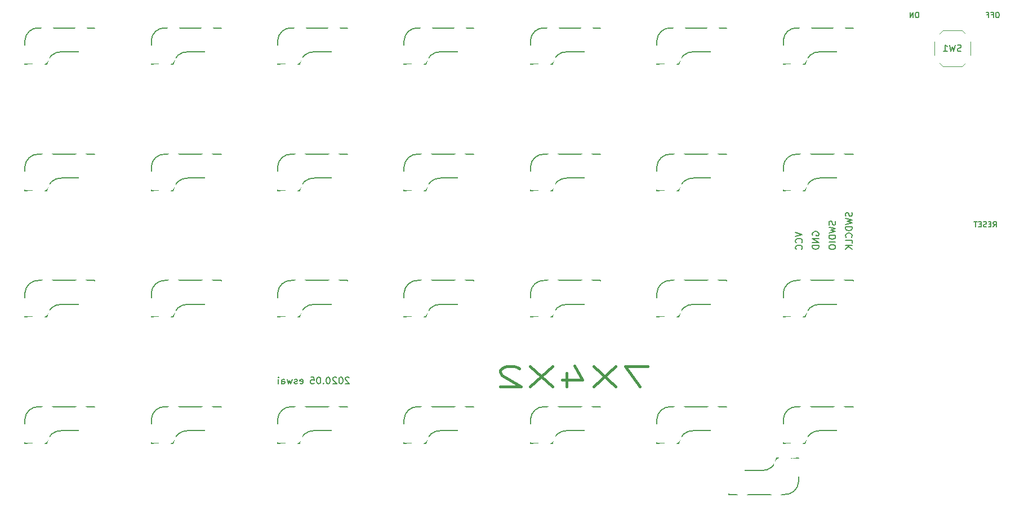
<source format=gbo>
G04 #@! TF.GenerationSoftware,KiCad,Pcbnew,(5.1.6)-1*
G04 #@! TF.CreationDate,2020-05-31T11:49:10+09:00*
G04 #@! TF.ProjectId,7x4x2-pcb,37783478-322d-4706-9362-2e6b69636164,rev?*
G04 #@! TF.SameCoordinates,PX2faf080PY2faf080*
G04 #@! TF.FileFunction,Legend,Bot*
G04 #@! TF.FilePolarity,Positive*
%FSLAX46Y46*%
G04 Gerber Fmt 4.6, Leading zero omitted, Abs format (unit mm)*
G04 Created by KiCad (PCBNEW (5.1.6)-1) date 2020-05-31 11:49:10*
%MOMM*%
%LPD*%
G01*
G04 APERTURE LIST*
%ADD10C,0.150000*%
%ADD11C,0.400000*%
%ADD12C,0.120000*%
%ADD13C,4.700000*%
%ADD14R,2.700000X2.800000*%
%ADD15C,2.300000*%
%ADD16C,4.500000*%
%ADD17C,3.400000*%
%ADD18R,8.000000X8.000000*%
%ADD19C,3.200000*%
%ADD20R,2.200000X1.500000*%
%ADD21C,2.400000*%
%ADD22R,2.100000X2.100000*%
%ADD23O,2.100000X2.100000*%
%ADD24C,2.100000*%
%ADD25C,1.300000*%
G04 APERTURE END LIST*
D10*
X152262905Y-26417425D02*
X152110524Y-26417425D01*
X152034334Y-26455521D01*
X151958143Y-26531711D01*
X151920048Y-26684092D01*
X151920048Y-26950759D01*
X151958143Y-27103140D01*
X152034334Y-27179330D01*
X152110524Y-27217425D01*
X152262905Y-27217425D01*
X152339096Y-27179330D01*
X152415286Y-27103140D01*
X152453381Y-26950759D01*
X152453381Y-26684092D01*
X152415286Y-26531711D01*
X152339096Y-26455521D01*
X152262905Y-26417425D01*
X151310524Y-26798378D02*
X151577191Y-26798378D01*
X151577191Y-27217425D02*
X151577191Y-26417425D01*
X151196239Y-26417425D01*
X150624810Y-26798378D02*
X150891477Y-26798378D01*
X150891477Y-27217425D02*
X150891477Y-26417425D01*
X150510524Y-26417425D01*
X140196239Y-26417425D02*
X140043858Y-26417425D01*
X139967667Y-26455521D01*
X139891477Y-26531711D01*
X139853381Y-26684092D01*
X139853381Y-26950759D01*
X139891477Y-27103140D01*
X139967667Y-27179330D01*
X140043858Y-27217425D01*
X140196239Y-27217425D01*
X140272429Y-27179330D01*
X140348620Y-27103140D01*
X140386715Y-26950759D01*
X140386715Y-26684092D01*
X140348620Y-26531711D01*
X140272429Y-26455521D01*
X140196239Y-26417425D01*
X139510524Y-27217425D02*
X139510524Y-26417425D01*
X139053381Y-27217425D01*
X139053381Y-26417425D01*
X54734334Y-81403140D02*
X54686715Y-81355521D01*
X54591477Y-81307901D01*
X54353381Y-81307901D01*
X54258143Y-81355521D01*
X54210524Y-81403140D01*
X54162905Y-81498378D01*
X54162905Y-81593616D01*
X54210524Y-81736473D01*
X54781953Y-82307901D01*
X54162905Y-82307901D01*
X53543858Y-81307901D02*
X53448620Y-81307901D01*
X53353381Y-81355521D01*
X53305762Y-81403140D01*
X53258143Y-81498378D01*
X53210524Y-81688854D01*
X53210524Y-81926949D01*
X53258143Y-82117425D01*
X53305762Y-82212663D01*
X53353381Y-82260282D01*
X53448620Y-82307901D01*
X53543858Y-82307901D01*
X53639096Y-82260282D01*
X53686715Y-82212663D01*
X53734334Y-82117425D01*
X53781953Y-81926949D01*
X53781953Y-81688854D01*
X53734334Y-81498378D01*
X53686715Y-81403140D01*
X53639096Y-81355521D01*
X53543858Y-81307901D01*
X52829572Y-81403140D02*
X52781953Y-81355521D01*
X52686715Y-81307901D01*
X52448620Y-81307901D01*
X52353381Y-81355521D01*
X52305762Y-81403140D01*
X52258143Y-81498378D01*
X52258143Y-81593616D01*
X52305762Y-81736473D01*
X52877191Y-82307901D01*
X52258143Y-82307901D01*
X51639096Y-81307901D02*
X51543858Y-81307901D01*
X51448620Y-81355521D01*
X51401001Y-81403140D01*
X51353381Y-81498378D01*
X51305762Y-81688854D01*
X51305762Y-81926949D01*
X51353381Y-82117425D01*
X51401001Y-82212663D01*
X51448620Y-82260282D01*
X51543858Y-82307901D01*
X51639096Y-82307901D01*
X51734334Y-82260282D01*
X51781953Y-82212663D01*
X51829572Y-82117425D01*
X51877191Y-81926949D01*
X51877191Y-81688854D01*
X51829572Y-81498378D01*
X51781953Y-81403140D01*
X51734334Y-81355521D01*
X51639096Y-81307901D01*
X50877191Y-82212663D02*
X50829572Y-82260282D01*
X50877191Y-82307901D01*
X50924810Y-82260282D01*
X50877191Y-82212663D01*
X50877191Y-82307901D01*
X50210524Y-81307901D02*
X50115286Y-81307901D01*
X50020048Y-81355521D01*
X49972429Y-81403140D01*
X49924810Y-81498378D01*
X49877191Y-81688854D01*
X49877191Y-81926949D01*
X49924810Y-82117425D01*
X49972429Y-82212663D01*
X50020048Y-82260282D01*
X50115286Y-82307901D01*
X50210524Y-82307901D01*
X50305762Y-82260282D01*
X50353381Y-82212663D01*
X50401001Y-82117425D01*
X50448620Y-81926949D01*
X50448620Y-81688854D01*
X50401001Y-81498378D01*
X50353381Y-81403140D01*
X50305762Y-81355521D01*
X50210524Y-81307901D01*
X48972429Y-81307901D02*
X49448620Y-81307901D01*
X49496239Y-81784092D01*
X49448620Y-81736473D01*
X49353381Y-81688854D01*
X49115286Y-81688854D01*
X49020048Y-81736473D01*
X48972429Y-81784092D01*
X48924810Y-81879330D01*
X48924810Y-82117425D01*
X48972429Y-82212663D01*
X49020048Y-82260282D01*
X49115286Y-82307901D01*
X49353381Y-82307901D01*
X49448620Y-82260282D01*
X49496239Y-82212663D01*
X47353381Y-82260282D02*
X47448620Y-82307901D01*
X47639096Y-82307901D01*
X47734334Y-82260282D01*
X47781953Y-82165044D01*
X47781953Y-81784092D01*
X47734334Y-81688854D01*
X47639096Y-81641235D01*
X47448620Y-81641235D01*
X47353381Y-81688854D01*
X47305762Y-81784092D01*
X47305762Y-81879330D01*
X47781953Y-81974568D01*
X46924810Y-82260282D02*
X46829572Y-82307901D01*
X46639096Y-82307901D01*
X46543858Y-82260282D01*
X46496239Y-82165044D01*
X46496239Y-82117425D01*
X46543858Y-82022187D01*
X46639096Y-81974568D01*
X46781953Y-81974568D01*
X46877191Y-81926949D01*
X46924810Y-81831711D01*
X46924810Y-81784092D01*
X46877191Y-81688854D01*
X46781953Y-81641235D01*
X46639096Y-81641235D01*
X46543858Y-81688854D01*
X46162905Y-81641235D02*
X45972429Y-82307901D01*
X45781953Y-81831711D01*
X45591477Y-82307901D01*
X45401001Y-81641235D01*
X44591477Y-82307901D02*
X44591477Y-81784092D01*
X44639096Y-81688854D01*
X44734334Y-81641235D01*
X44924810Y-81641235D01*
X45020048Y-81688854D01*
X44591477Y-82260282D02*
X44686715Y-82307901D01*
X44924810Y-82307901D01*
X45020048Y-82260282D01*
X45067667Y-82165044D01*
X45067667Y-82069806D01*
X45020048Y-81974568D01*
X44924810Y-81926949D01*
X44686715Y-81926949D01*
X44591477Y-81879330D01*
X44115286Y-82307901D02*
X44115286Y-81641235D01*
X44115286Y-81307901D02*
X44162905Y-81355521D01*
X44115286Y-81403140D01*
X44067667Y-81355521D01*
X44115286Y-81307901D01*
X44115286Y-81403140D01*
D11*
X99591477Y-79712663D02*
X96258143Y-79712663D01*
X98401001Y-82712663D01*
X94829572Y-79712663D02*
X91496239Y-82712663D01*
X91496239Y-79712663D02*
X94829572Y-82712663D01*
X87448620Y-80712663D02*
X87448620Y-82712663D01*
X88639096Y-79569806D02*
X89829572Y-81712663D01*
X86734334Y-81712663D01*
X85305762Y-79712663D02*
X81972429Y-82712663D01*
X81972429Y-79712663D02*
X85305762Y-82712663D01*
X80305762Y-79998378D02*
X80067667Y-79855521D01*
X79591477Y-79712663D01*
X78401001Y-79712663D01*
X77924810Y-79855521D01*
X77686715Y-79998378D01*
X77448620Y-80284092D01*
X77448620Y-80569806D01*
X77686715Y-80998378D01*
X80543858Y-82712663D01*
X77448620Y-82712663D01*
D10*
X151562905Y-58717425D02*
X151829572Y-58336473D01*
X152020048Y-58717425D02*
X152020048Y-57917425D01*
X151715286Y-57917425D01*
X151639096Y-57955521D01*
X151601001Y-57993616D01*
X151562905Y-58069806D01*
X151562905Y-58184092D01*
X151601001Y-58260282D01*
X151639096Y-58298378D01*
X151715286Y-58336473D01*
X152020048Y-58336473D01*
X151220048Y-58298378D02*
X150953381Y-58298378D01*
X150839096Y-58717425D02*
X151220048Y-58717425D01*
X151220048Y-57917425D01*
X150839096Y-57917425D01*
X150534334Y-58679330D02*
X150420048Y-58717425D01*
X150229572Y-58717425D01*
X150153381Y-58679330D01*
X150115286Y-58641235D01*
X150077191Y-58565044D01*
X150077191Y-58488854D01*
X150115286Y-58412663D01*
X150153381Y-58374568D01*
X150229572Y-58336473D01*
X150381953Y-58298378D01*
X150458143Y-58260282D01*
X150496239Y-58222187D01*
X150534334Y-58145997D01*
X150534334Y-58069806D01*
X150496239Y-57993616D01*
X150458143Y-57955521D01*
X150381953Y-57917425D01*
X150191477Y-57917425D01*
X150077191Y-57955521D01*
X149734334Y-58298378D02*
X149467667Y-58298378D01*
X149353381Y-58717425D02*
X149734334Y-58717425D01*
X149734334Y-57917425D01*
X149353381Y-57917425D01*
X149124810Y-57917425D02*
X148667667Y-57917425D01*
X148896239Y-58717425D02*
X148896239Y-57917425D01*
X130305762Y-56543735D02*
X130353381Y-56686592D01*
X130353381Y-56924687D01*
X130305762Y-57019925D01*
X130258143Y-57067544D01*
X130162905Y-57115163D01*
X130067667Y-57115163D01*
X129972429Y-57067544D01*
X129924810Y-57019925D01*
X129877191Y-56924687D01*
X129829572Y-56734211D01*
X129781953Y-56638973D01*
X129734334Y-56591354D01*
X129639096Y-56543735D01*
X129543858Y-56543735D01*
X129448620Y-56591354D01*
X129401001Y-56638973D01*
X129353381Y-56734211D01*
X129353381Y-56972306D01*
X129401001Y-57115163D01*
X129353381Y-57448497D02*
X130353381Y-57686592D01*
X129639096Y-57877068D01*
X130353381Y-58067544D01*
X129353381Y-58305640D01*
X130353381Y-58686592D02*
X129353381Y-58686592D01*
X129353381Y-58924687D01*
X129401001Y-59067544D01*
X129496239Y-59162782D01*
X129591477Y-59210401D01*
X129781953Y-59258021D01*
X129924810Y-59258021D01*
X130115286Y-59210401D01*
X130210524Y-59162782D01*
X130305762Y-59067544D01*
X130353381Y-58924687D01*
X130353381Y-58686592D01*
X130258143Y-60258021D02*
X130305762Y-60210401D01*
X130353381Y-60067544D01*
X130353381Y-59972306D01*
X130305762Y-59829449D01*
X130210524Y-59734211D01*
X130115286Y-59686592D01*
X129924810Y-59638973D01*
X129781953Y-59638973D01*
X129591477Y-59686592D01*
X129496239Y-59734211D01*
X129401001Y-59829449D01*
X129353381Y-59972306D01*
X129353381Y-60067544D01*
X129401001Y-60210401D01*
X129448620Y-60258021D01*
X130353381Y-61162782D02*
X130353381Y-60686592D01*
X129353381Y-60686592D01*
X130353381Y-61496116D02*
X129353381Y-61496116D01*
X130353381Y-62067544D02*
X129781953Y-61638973D01*
X129353381Y-62067544D02*
X129924810Y-61496116D01*
X127805762Y-57829449D02*
X127853381Y-57972306D01*
X127853381Y-58210401D01*
X127805762Y-58305640D01*
X127758143Y-58353259D01*
X127662905Y-58400878D01*
X127567667Y-58400878D01*
X127472429Y-58353259D01*
X127424810Y-58305640D01*
X127377191Y-58210401D01*
X127329572Y-58019925D01*
X127281953Y-57924687D01*
X127234334Y-57877068D01*
X127139096Y-57829449D01*
X127043858Y-57829449D01*
X126948620Y-57877068D01*
X126901001Y-57924687D01*
X126853381Y-58019925D01*
X126853381Y-58258021D01*
X126901001Y-58400878D01*
X126853381Y-58734211D02*
X127853381Y-58972306D01*
X127139096Y-59162782D01*
X127853381Y-59353259D01*
X126853381Y-59591354D01*
X127853381Y-59972306D02*
X126853381Y-59972306D01*
X126853381Y-60210401D01*
X126901001Y-60353259D01*
X126996239Y-60448497D01*
X127091477Y-60496116D01*
X127281953Y-60543735D01*
X127424810Y-60543735D01*
X127615286Y-60496116D01*
X127710524Y-60448497D01*
X127805762Y-60353259D01*
X127853381Y-60210401D01*
X127853381Y-59972306D01*
X127853381Y-60972306D02*
X126853381Y-60972306D01*
X126853381Y-61638973D02*
X126853381Y-61829449D01*
X126901001Y-61924687D01*
X126996239Y-62019925D01*
X127186715Y-62067544D01*
X127520048Y-62067544D01*
X127710524Y-62019925D01*
X127805762Y-61924687D01*
X127853381Y-61829449D01*
X127853381Y-61638973D01*
X127805762Y-61543735D01*
X127710524Y-61448497D01*
X127520048Y-61400878D01*
X127186715Y-61400878D01*
X126996239Y-61448497D01*
X126901001Y-61543735D01*
X126853381Y-61638973D01*
X124401001Y-59972306D02*
X124353381Y-59877068D01*
X124353381Y-59734211D01*
X124401001Y-59591354D01*
X124496239Y-59496116D01*
X124591477Y-59448497D01*
X124781953Y-59400878D01*
X124924810Y-59400878D01*
X125115286Y-59448497D01*
X125210524Y-59496116D01*
X125305762Y-59591354D01*
X125353381Y-59734211D01*
X125353381Y-59829449D01*
X125305762Y-59972306D01*
X125258143Y-60019925D01*
X124924810Y-60019925D01*
X124924810Y-59829449D01*
X125353381Y-60448497D02*
X124353381Y-60448497D01*
X125353381Y-61019925D01*
X124353381Y-61019925D01*
X125353381Y-61496116D02*
X124353381Y-61496116D01*
X124353381Y-61734211D01*
X124401001Y-61877068D01*
X124496239Y-61972306D01*
X124591477Y-62019925D01*
X124781953Y-62067544D01*
X124924810Y-62067544D01*
X125115286Y-62019925D01*
X125210524Y-61972306D01*
X125305762Y-61877068D01*
X125353381Y-61734211D01*
X125353381Y-61496116D01*
X121846238Y-59496116D02*
X122846238Y-59829449D01*
X121846238Y-60162782D01*
X122751000Y-61067544D02*
X122798619Y-61019925D01*
X122846238Y-60877068D01*
X122846238Y-60781830D01*
X122798619Y-60638973D01*
X122703381Y-60543735D01*
X122608143Y-60496116D01*
X122417667Y-60448497D01*
X122274810Y-60448497D01*
X122084334Y-60496116D01*
X121989096Y-60543735D01*
X121893858Y-60638973D01*
X121846238Y-60781830D01*
X121846238Y-60877068D01*
X121893858Y-61019925D01*
X121941477Y-61067544D01*
X122751000Y-62067544D02*
X122798619Y-62019925D01*
X122846238Y-61877068D01*
X122846238Y-61781830D01*
X122798619Y-61638973D01*
X122703381Y-61543735D01*
X122608143Y-61496116D01*
X122417667Y-61448497D01*
X122274810Y-61448497D01*
X122084334Y-61496116D01*
X121989096Y-61543735D01*
X121893858Y-61638973D01*
X121846238Y-61781830D01*
X121846238Y-61877068D01*
X121893858Y-62019925D01*
X121941477Y-62067544D01*
X111801001Y-98755521D02*
X111801001Y-98955521D01*
X111801001Y-98955521D02*
X120201002Y-98955521D01*
X116801001Y-95355521D02*
X111801001Y-95355521D01*
X122301001Y-93455521D02*
X119021001Y-93455521D01*
X122301001Y-97055521D02*
X122301001Y-96255521D01*
X122301001Y-93455521D02*
X122301001Y-93655521D01*
X111801001Y-95355521D02*
X111801001Y-96155521D01*
X119017319Y-93476992D02*
G75*
G02*
X116801001Y-95355521I-2151318J291471D01*
G01*
X122301001Y-97055520D02*
G75*
G02*
X120201002Y-98955521I-2000000J99999D01*
G01*
X130501001Y-85955521D02*
X130501001Y-85755521D01*
X130501001Y-85755521D02*
X122101000Y-85755521D01*
X125501001Y-89355521D02*
X130501001Y-89355521D01*
X120001001Y-91255521D02*
X123281001Y-91255521D01*
X120001001Y-87655521D02*
X120001001Y-88455521D01*
X120001001Y-91255521D02*
X120001001Y-91055521D01*
X130501001Y-89355521D02*
X130501001Y-88555521D01*
X123284683Y-91234050D02*
G75*
G02*
X125501001Y-89355521I2151318J-291471D01*
G01*
X120001001Y-87655522D02*
G75*
G02*
X122101000Y-85755521I2000000J-99999D01*
G01*
X111501001Y-85955521D02*
X111501001Y-85755521D01*
X111501001Y-85755521D02*
X103101000Y-85755521D01*
X106501001Y-89355521D02*
X111501001Y-89355521D01*
X101001001Y-91255521D02*
X104281001Y-91255521D01*
X101001001Y-87655521D02*
X101001001Y-88455521D01*
X101001001Y-91255521D02*
X101001001Y-91055521D01*
X111501001Y-89355521D02*
X111501001Y-88555521D01*
X104284683Y-91234050D02*
G75*
G02*
X106501001Y-89355521I2151318J-291471D01*
G01*
X101001001Y-87655522D02*
G75*
G02*
X103101000Y-85755521I2000000J-99999D01*
G01*
X92501001Y-85955521D02*
X92501001Y-85755521D01*
X92501001Y-85755521D02*
X84101000Y-85755521D01*
X87501001Y-89355521D02*
X92501001Y-89355521D01*
X82001001Y-91255521D02*
X85281001Y-91255521D01*
X82001001Y-87655521D02*
X82001001Y-88455521D01*
X82001001Y-91255521D02*
X82001001Y-91055521D01*
X92501001Y-89355521D02*
X92501001Y-88555521D01*
X85284683Y-91234050D02*
G75*
G02*
X87501001Y-89355521I2151318J-291471D01*
G01*
X82001001Y-87655522D02*
G75*
G02*
X84101000Y-85755521I2000000J-99999D01*
G01*
X73501001Y-85955521D02*
X73501001Y-85755521D01*
X73501001Y-85755521D02*
X65101000Y-85755521D01*
X68501001Y-89355521D02*
X73501001Y-89355521D01*
X63001001Y-91255521D02*
X66281001Y-91255521D01*
X63001001Y-87655521D02*
X63001001Y-88455521D01*
X63001001Y-91255521D02*
X63001001Y-91055521D01*
X73501001Y-89355521D02*
X73501001Y-88555521D01*
X66284683Y-91234050D02*
G75*
G02*
X68501001Y-89355521I2151318J-291471D01*
G01*
X63001001Y-87655522D02*
G75*
G02*
X65101000Y-85755521I2000000J-99999D01*
G01*
X54501001Y-85955521D02*
X54501001Y-85755521D01*
X54501001Y-85755521D02*
X46101000Y-85755521D01*
X49501001Y-89355521D02*
X54501001Y-89355521D01*
X44001001Y-91255521D02*
X47281001Y-91255521D01*
X44001001Y-87655521D02*
X44001001Y-88455521D01*
X44001001Y-91255521D02*
X44001001Y-91055521D01*
X54501001Y-89355521D02*
X54501001Y-88555521D01*
X47284683Y-91234050D02*
G75*
G02*
X49501001Y-89355521I2151318J-291471D01*
G01*
X44001001Y-87655522D02*
G75*
G02*
X46101000Y-85755521I2000000J-99999D01*
G01*
X35501001Y-85955521D02*
X35501001Y-85755521D01*
X35501001Y-85755521D02*
X27101000Y-85755521D01*
X30501001Y-89355521D02*
X35501001Y-89355521D01*
X25001001Y-91255521D02*
X28281001Y-91255521D01*
X25001001Y-87655521D02*
X25001001Y-88455521D01*
X25001001Y-91255521D02*
X25001001Y-91055521D01*
X35501001Y-89355521D02*
X35501001Y-88555521D01*
X28284683Y-91234050D02*
G75*
G02*
X30501001Y-89355521I2151318J-291471D01*
G01*
X25001001Y-87655522D02*
G75*
G02*
X27101000Y-85755521I2000000J-99999D01*
G01*
X16501001Y-85955521D02*
X16501001Y-85755521D01*
X16501001Y-85755521D02*
X8101000Y-85755521D01*
X11501001Y-89355521D02*
X16501001Y-89355521D01*
X6001001Y-91255521D02*
X9281001Y-91255521D01*
X6001001Y-87655521D02*
X6001001Y-88455521D01*
X6001001Y-91255521D02*
X6001001Y-91055521D01*
X16501001Y-89355521D02*
X16501001Y-88555521D01*
X9284683Y-91234050D02*
G75*
G02*
X11501001Y-89355521I2151318J-291471D01*
G01*
X6001001Y-87655522D02*
G75*
G02*
X8101000Y-85755521I2000000J-99999D01*
G01*
X130501001Y-66955521D02*
X130501001Y-66755521D01*
X130501001Y-66755521D02*
X122101000Y-66755521D01*
X125501001Y-70355521D02*
X130501001Y-70355521D01*
X120001001Y-72255521D02*
X123281001Y-72255521D01*
X120001001Y-68655521D02*
X120001001Y-69455521D01*
X120001001Y-72255521D02*
X120001001Y-72055521D01*
X130501001Y-70355521D02*
X130501001Y-69555521D01*
X123284683Y-72234050D02*
G75*
G02*
X125501001Y-70355521I2151318J-291471D01*
G01*
X120001001Y-68655522D02*
G75*
G02*
X122101000Y-66755521I2000000J-99999D01*
G01*
X111501001Y-66955521D02*
X111501001Y-66755521D01*
X111501001Y-66755521D02*
X103101000Y-66755521D01*
X106501001Y-70355521D02*
X111501001Y-70355521D01*
X101001001Y-72255521D02*
X104281001Y-72255521D01*
X101001001Y-68655521D02*
X101001001Y-69455521D01*
X101001001Y-72255521D02*
X101001001Y-72055521D01*
X111501001Y-70355521D02*
X111501001Y-69555521D01*
X104284683Y-72234050D02*
G75*
G02*
X106501001Y-70355521I2151318J-291471D01*
G01*
X101001001Y-68655522D02*
G75*
G02*
X103101000Y-66755521I2000000J-99999D01*
G01*
X92501001Y-66955521D02*
X92501001Y-66755521D01*
X92501001Y-66755521D02*
X84101000Y-66755521D01*
X87501001Y-70355521D02*
X92501001Y-70355521D01*
X82001001Y-72255521D02*
X85281001Y-72255521D01*
X82001001Y-68655521D02*
X82001001Y-69455521D01*
X82001001Y-72255521D02*
X82001001Y-72055521D01*
X92501001Y-70355521D02*
X92501001Y-69555521D01*
X85284683Y-72234050D02*
G75*
G02*
X87501001Y-70355521I2151318J-291471D01*
G01*
X82001001Y-68655522D02*
G75*
G02*
X84101000Y-66755521I2000000J-99999D01*
G01*
X73501001Y-66955521D02*
X73501001Y-66755521D01*
X73501001Y-66755521D02*
X65101000Y-66755521D01*
X68501001Y-70355521D02*
X73501001Y-70355521D01*
X63001001Y-72255521D02*
X66281001Y-72255521D01*
X63001001Y-68655521D02*
X63001001Y-69455521D01*
X63001001Y-72255521D02*
X63001001Y-72055521D01*
X73501001Y-70355521D02*
X73501001Y-69555521D01*
X66284683Y-72234050D02*
G75*
G02*
X68501001Y-70355521I2151318J-291471D01*
G01*
X63001001Y-68655522D02*
G75*
G02*
X65101000Y-66755521I2000000J-99999D01*
G01*
X54501001Y-66955521D02*
X54501001Y-66755521D01*
X54501001Y-66755521D02*
X46101000Y-66755521D01*
X49501001Y-70355521D02*
X54501001Y-70355521D01*
X44001001Y-72255521D02*
X47281001Y-72255521D01*
X44001001Y-68655521D02*
X44001001Y-69455521D01*
X44001001Y-72255521D02*
X44001001Y-72055521D01*
X54501001Y-70355521D02*
X54501001Y-69555521D01*
X47284683Y-72234050D02*
G75*
G02*
X49501001Y-70355521I2151318J-291471D01*
G01*
X44001001Y-68655522D02*
G75*
G02*
X46101000Y-66755521I2000000J-99999D01*
G01*
X35501001Y-66955521D02*
X35501001Y-66755521D01*
X35501001Y-66755521D02*
X27101000Y-66755521D01*
X30501001Y-70355521D02*
X35501001Y-70355521D01*
X25001001Y-72255521D02*
X28281001Y-72255521D01*
X25001001Y-68655521D02*
X25001001Y-69455521D01*
X25001001Y-72255521D02*
X25001001Y-72055521D01*
X35501001Y-70355521D02*
X35501001Y-69555521D01*
X28284683Y-72234050D02*
G75*
G02*
X30501001Y-70355521I2151318J-291471D01*
G01*
X25001001Y-68655522D02*
G75*
G02*
X27101000Y-66755521I2000000J-99999D01*
G01*
X16501001Y-66955521D02*
X16501001Y-66755521D01*
X16501001Y-66755521D02*
X8101000Y-66755521D01*
X11501001Y-70355521D02*
X16501001Y-70355521D01*
X6001001Y-72255521D02*
X9281001Y-72255521D01*
X6001001Y-68655521D02*
X6001001Y-69455521D01*
X6001001Y-72255521D02*
X6001001Y-72055521D01*
X16501001Y-70355521D02*
X16501001Y-69555521D01*
X9284683Y-72234050D02*
G75*
G02*
X11501001Y-70355521I2151318J-291471D01*
G01*
X6001001Y-68655522D02*
G75*
G02*
X8101000Y-66755521I2000000J-99999D01*
G01*
X130501001Y-47955521D02*
X130501001Y-47755521D01*
X130501001Y-47755521D02*
X122101000Y-47755521D01*
X125501001Y-51355521D02*
X130501001Y-51355521D01*
X120001001Y-53255521D02*
X123281001Y-53255521D01*
X120001001Y-49655521D02*
X120001001Y-50455521D01*
X120001001Y-53255521D02*
X120001001Y-53055521D01*
X130501001Y-51355521D02*
X130501001Y-50555521D01*
X123284683Y-53234050D02*
G75*
G02*
X125501001Y-51355521I2151318J-291471D01*
G01*
X120001001Y-49655522D02*
G75*
G02*
X122101000Y-47755521I2000000J-99999D01*
G01*
X111501001Y-47955521D02*
X111501001Y-47755521D01*
X111501001Y-47755521D02*
X103101000Y-47755521D01*
X106501001Y-51355521D02*
X111501001Y-51355521D01*
X101001001Y-53255521D02*
X104281001Y-53255521D01*
X101001001Y-49655521D02*
X101001001Y-50455521D01*
X101001001Y-53255521D02*
X101001001Y-53055521D01*
X111501001Y-51355521D02*
X111501001Y-50555521D01*
X104284683Y-53234050D02*
G75*
G02*
X106501001Y-51355521I2151318J-291471D01*
G01*
X101001001Y-49655522D02*
G75*
G02*
X103101000Y-47755521I2000000J-99999D01*
G01*
X92501001Y-47955521D02*
X92501001Y-47755521D01*
X92501001Y-47755521D02*
X84101000Y-47755521D01*
X87501001Y-51355521D02*
X92501001Y-51355521D01*
X82001001Y-53255521D02*
X85281001Y-53255521D01*
X82001001Y-49655521D02*
X82001001Y-50455521D01*
X82001001Y-53255521D02*
X82001001Y-53055521D01*
X92501001Y-51355521D02*
X92501001Y-50555521D01*
X85284683Y-53234050D02*
G75*
G02*
X87501001Y-51355521I2151318J-291471D01*
G01*
X82001001Y-49655522D02*
G75*
G02*
X84101000Y-47755521I2000000J-99999D01*
G01*
X73501001Y-47955521D02*
X73501001Y-47755521D01*
X73501001Y-47755521D02*
X65101000Y-47755521D01*
X68501001Y-51355521D02*
X73501001Y-51355521D01*
X63001001Y-53255521D02*
X66281001Y-53255521D01*
X63001001Y-49655521D02*
X63001001Y-50455521D01*
X63001001Y-53255521D02*
X63001001Y-53055521D01*
X73501001Y-51355521D02*
X73501001Y-50555521D01*
X66284683Y-53234050D02*
G75*
G02*
X68501001Y-51355521I2151318J-291471D01*
G01*
X63001001Y-49655522D02*
G75*
G02*
X65101000Y-47755521I2000000J-99999D01*
G01*
X54501001Y-47955521D02*
X54501001Y-47755521D01*
X54501001Y-47755521D02*
X46101000Y-47755521D01*
X49501001Y-51355521D02*
X54501001Y-51355521D01*
X44001001Y-53255521D02*
X47281001Y-53255521D01*
X44001001Y-49655521D02*
X44001001Y-50455521D01*
X44001001Y-53255521D02*
X44001001Y-53055521D01*
X54501001Y-51355521D02*
X54501001Y-50555521D01*
X47284683Y-53234050D02*
G75*
G02*
X49501001Y-51355521I2151318J-291471D01*
G01*
X44001001Y-49655522D02*
G75*
G02*
X46101000Y-47755521I2000000J-99999D01*
G01*
X35501001Y-47955521D02*
X35501001Y-47755521D01*
X35501001Y-47755521D02*
X27101000Y-47755521D01*
X30501001Y-51355521D02*
X35501001Y-51355521D01*
X25001001Y-53255521D02*
X28281001Y-53255521D01*
X25001001Y-49655521D02*
X25001001Y-50455521D01*
X25001001Y-53255521D02*
X25001001Y-53055521D01*
X35501001Y-51355521D02*
X35501001Y-50555521D01*
X28284683Y-53234050D02*
G75*
G02*
X30501001Y-51355521I2151318J-291471D01*
G01*
X25001001Y-49655522D02*
G75*
G02*
X27101000Y-47755521I2000000J-99999D01*
G01*
X16501001Y-47955521D02*
X16501001Y-47755521D01*
X16501001Y-47755521D02*
X8101000Y-47755521D01*
X11501001Y-51355521D02*
X16501001Y-51355521D01*
X6001001Y-53255521D02*
X9281001Y-53255521D01*
X6001001Y-49655521D02*
X6001001Y-50455521D01*
X6001001Y-53255521D02*
X6001001Y-53055521D01*
X16501001Y-51355521D02*
X16501001Y-50555521D01*
X9284683Y-53234050D02*
G75*
G02*
X11501001Y-51355521I2151318J-291471D01*
G01*
X6001001Y-49655522D02*
G75*
G02*
X8101000Y-47755521I2000000J-99999D01*
G01*
X130501001Y-28955521D02*
X130501001Y-28755521D01*
X130501001Y-28755521D02*
X122101000Y-28755521D01*
X125501001Y-32355521D02*
X130501001Y-32355521D01*
X120001001Y-34255521D02*
X123281001Y-34255521D01*
X120001001Y-30655521D02*
X120001001Y-31455521D01*
X120001001Y-34255521D02*
X120001001Y-34055521D01*
X130501001Y-32355521D02*
X130501001Y-31555521D01*
X123284683Y-34234050D02*
G75*
G02*
X125501001Y-32355521I2151318J-291471D01*
G01*
X120001001Y-30655522D02*
G75*
G02*
X122101000Y-28755521I2000000J-99999D01*
G01*
X111501001Y-28955521D02*
X111501001Y-28755521D01*
X111501001Y-28755521D02*
X103101000Y-28755521D01*
X106501001Y-32355521D02*
X111501001Y-32355521D01*
X101001001Y-34255521D02*
X104281001Y-34255521D01*
X101001001Y-30655521D02*
X101001001Y-31455521D01*
X101001001Y-34255521D02*
X101001001Y-34055521D01*
X111501001Y-32355521D02*
X111501001Y-31555521D01*
X104284683Y-34234050D02*
G75*
G02*
X106501001Y-32355521I2151318J-291471D01*
G01*
X101001001Y-30655522D02*
G75*
G02*
X103101000Y-28755521I2000000J-99999D01*
G01*
X92501001Y-28955521D02*
X92501001Y-28755521D01*
X92501001Y-28755521D02*
X84101000Y-28755521D01*
X87501001Y-32355521D02*
X92501001Y-32355521D01*
X82001001Y-34255521D02*
X85281001Y-34255521D01*
X82001001Y-30655521D02*
X82001001Y-31455521D01*
X82001001Y-34255521D02*
X82001001Y-34055521D01*
X92501001Y-32355521D02*
X92501001Y-31555521D01*
X85284683Y-34234050D02*
G75*
G02*
X87501001Y-32355521I2151318J-291471D01*
G01*
X82001001Y-30655522D02*
G75*
G02*
X84101000Y-28755521I2000000J-99999D01*
G01*
X73501001Y-28955521D02*
X73501001Y-28755521D01*
X73501001Y-28755521D02*
X65101000Y-28755521D01*
X68501001Y-32355521D02*
X73501001Y-32355521D01*
X63001001Y-34255521D02*
X66281001Y-34255521D01*
X63001001Y-30655521D02*
X63001001Y-31455521D01*
X63001001Y-34255521D02*
X63001001Y-34055521D01*
X73501001Y-32355521D02*
X73501001Y-31555521D01*
X66284683Y-34234050D02*
G75*
G02*
X68501001Y-32355521I2151318J-291471D01*
G01*
X63001001Y-30655522D02*
G75*
G02*
X65101000Y-28755521I2000000J-99999D01*
G01*
X54501001Y-28955521D02*
X54501001Y-28755521D01*
X54501001Y-28755521D02*
X46101000Y-28755521D01*
X49501001Y-32355521D02*
X54501001Y-32355521D01*
X44001001Y-34255521D02*
X47281001Y-34255521D01*
X44001001Y-30655521D02*
X44001001Y-31455521D01*
X44001001Y-34255521D02*
X44001001Y-34055521D01*
X54501001Y-32355521D02*
X54501001Y-31555521D01*
X47284683Y-34234050D02*
G75*
G02*
X49501001Y-32355521I2151318J-291471D01*
G01*
X44001001Y-30655522D02*
G75*
G02*
X46101000Y-28755521I2000000J-99999D01*
G01*
X35501001Y-28955521D02*
X35501001Y-28755521D01*
X35501001Y-28755521D02*
X27101000Y-28755521D01*
X30501001Y-32355521D02*
X35501001Y-32355521D01*
X25001001Y-34255521D02*
X28281001Y-34255521D01*
X25001001Y-30655521D02*
X25001001Y-31455521D01*
X25001001Y-34255521D02*
X25001001Y-34055521D01*
X35501001Y-32355521D02*
X35501001Y-31555521D01*
X28284683Y-34234050D02*
G75*
G02*
X30501001Y-32355521I2151318J-291471D01*
G01*
X25001001Y-30655522D02*
G75*
G02*
X27101000Y-28755521I2000000J-99999D01*
G01*
X16501001Y-28955521D02*
X16501001Y-28755521D01*
X16501001Y-28755521D02*
X8101000Y-28755521D01*
X11501001Y-32355521D02*
X16501001Y-32355521D01*
X6001001Y-34255521D02*
X9281001Y-34255521D01*
X6001001Y-30655521D02*
X6001001Y-31455521D01*
X6001001Y-34255521D02*
X6001001Y-34055521D01*
X16501001Y-32355521D02*
X16501001Y-31555521D01*
X9284683Y-34234050D02*
G75*
G02*
X11501001Y-32355521I2151318J-291471D01*
G01*
X6001001Y-30655522D02*
G75*
G02*
X8101000Y-28755521I2000000J-99999D01*
G01*
D12*
X148121001Y-32895521D02*
X148121001Y-30815521D01*
X143951001Y-29135521D02*
X143461001Y-29625521D01*
X142681001Y-32895521D02*
X142681001Y-30815521D01*
X146851001Y-29135521D02*
X147341001Y-29625521D01*
X146851001Y-29135521D02*
X143951001Y-29135521D01*
X146851001Y-34575521D02*
X147341001Y-34085521D01*
X146851001Y-34575521D02*
X143951001Y-34575521D01*
X143951001Y-34575521D02*
X143461001Y-34085521D01*
D10*
X146734334Y-32260282D02*
X146591477Y-32307901D01*
X146353381Y-32307901D01*
X146258143Y-32260282D01*
X146210524Y-32212663D01*
X146162905Y-32117425D01*
X146162905Y-32022187D01*
X146210524Y-31926949D01*
X146258143Y-31879330D01*
X146353381Y-31831711D01*
X146543858Y-31784092D01*
X146639096Y-31736473D01*
X146686715Y-31688854D01*
X146734334Y-31593616D01*
X146734334Y-31498378D01*
X146686715Y-31403140D01*
X146639096Y-31355521D01*
X146543858Y-31307901D01*
X146305762Y-31307901D01*
X146162905Y-31355521D01*
X145829572Y-31307901D02*
X145591477Y-32307901D01*
X145401001Y-31593616D01*
X145210524Y-32307901D01*
X144972429Y-31307901D01*
X144067667Y-32307901D02*
X144639096Y-32307901D01*
X144353381Y-32307901D02*
X144353381Y-31307901D01*
X144448620Y-31450759D01*
X144543858Y-31545997D01*
X144639096Y-31593616D01*
%LPC*%
D13*
X59401001Y-63855521D03*
X116401001Y-44855521D03*
X116401001Y-81855521D03*
X21401001Y-82855521D03*
X21401001Y-44855521D03*
D14*
X110701001Y-97475521D03*
D15*
X121481001Y-92355521D03*
X111321001Y-92355521D03*
D16*
X116401001Y-92355521D03*
D17*
X113861001Y-97435521D03*
X112591001Y-94895522D03*
X118941001Y-97435521D03*
X120211001Y-94895521D03*
D14*
X123401001Y-94935521D03*
D18*
X144901001Y-66355521D03*
D19*
X144901001Y-75755521D03*
X144901001Y-56955521D03*
D18*
X144901001Y-89855521D03*
D19*
X144901001Y-99255521D03*
X144901001Y-80455521D03*
D14*
X131601001Y-87235521D03*
D15*
X120821001Y-92355521D03*
X130981001Y-92355521D03*
D16*
X125901001Y-92355521D03*
D17*
X128441001Y-87275521D03*
X129711001Y-89815520D03*
X123361001Y-87275521D03*
X122091001Y-89815521D03*
D14*
X118901001Y-89775521D03*
X112601001Y-87235521D03*
D15*
X101821001Y-92355521D03*
X111981001Y-92355521D03*
D16*
X106901001Y-92355521D03*
D17*
X109441001Y-87275521D03*
X110711001Y-89815520D03*
X104361001Y-87275521D03*
X103091001Y-89815521D03*
D14*
X99901001Y-89775521D03*
X93601001Y-87235521D03*
D15*
X82821001Y-92355521D03*
X92981001Y-92355521D03*
D16*
X87901001Y-92355521D03*
D17*
X90441001Y-87275521D03*
X91711001Y-89815520D03*
X85361001Y-87275521D03*
X84091001Y-89815521D03*
D14*
X80901001Y-89775521D03*
X74601001Y-87235521D03*
D15*
X63821001Y-92355521D03*
X73981001Y-92355521D03*
D16*
X68901001Y-92355521D03*
D17*
X71441001Y-87275521D03*
X72711001Y-89815520D03*
X66361001Y-87275521D03*
X65091001Y-89815521D03*
D14*
X61901001Y-89775521D03*
X55601001Y-87235521D03*
D15*
X44821001Y-92355521D03*
X54981001Y-92355521D03*
D16*
X49901001Y-92355521D03*
D17*
X52441001Y-87275521D03*
X53711001Y-89815520D03*
X47361001Y-87275521D03*
X46091001Y-89815521D03*
D14*
X42901001Y-89775521D03*
X36601001Y-87235521D03*
D15*
X25821001Y-92355521D03*
X35981001Y-92355521D03*
D16*
X30901001Y-92355521D03*
D17*
X33441001Y-87275521D03*
X34711001Y-89815520D03*
X28361001Y-87275521D03*
X27091001Y-89815521D03*
D14*
X23901001Y-89775521D03*
X17601001Y-87235521D03*
D15*
X6821001Y-92355521D03*
X16981001Y-92355521D03*
D16*
X11901001Y-92355521D03*
D17*
X14441001Y-87275521D03*
X15711001Y-89815520D03*
X9361001Y-87275521D03*
X8091001Y-89815521D03*
D14*
X4901001Y-89775521D03*
X131601001Y-68235521D03*
D15*
X120821001Y-73355521D03*
X130981001Y-73355521D03*
D16*
X125901001Y-73355521D03*
D17*
X128441001Y-68275521D03*
X129711001Y-70815520D03*
X123361001Y-68275521D03*
X122091001Y-70815521D03*
D14*
X118901001Y-70775521D03*
X112601001Y-68235521D03*
D15*
X101821001Y-73355521D03*
X111981001Y-73355521D03*
D16*
X106901001Y-73355521D03*
D17*
X109441001Y-68275521D03*
X110711001Y-70815520D03*
X104361001Y-68275521D03*
X103091001Y-70815521D03*
D14*
X99901001Y-70775521D03*
X93601001Y-68235521D03*
D15*
X82821001Y-73355521D03*
X92981001Y-73355521D03*
D16*
X87901001Y-73355521D03*
D17*
X90441001Y-68275521D03*
X91711001Y-70815520D03*
X85361001Y-68275521D03*
X84091001Y-70815521D03*
D14*
X80901001Y-70775521D03*
X74601001Y-68235521D03*
D15*
X63821001Y-73355521D03*
X73981001Y-73355521D03*
D16*
X68901001Y-73355521D03*
D17*
X71441001Y-68275521D03*
X72711001Y-70815520D03*
X66361001Y-68275521D03*
X65091001Y-70815521D03*
D14*
X61901001Y-70775521D03*
X55601001Y-68235521D03*
D15*
X44821001Y-73355521D03*
X54981001Y-73355521D03*
D16*
X49901001Y-73355521D03*
D17*
X52441001Y-68275521D03*
X53711001Y-70815520D03*
X47361001Y-68275521D03*
X46091001Y-70815521D03*
D14*
X42901001Y-70775521D03*
X36601001Y-68235521D03*
D15*
X25821001Y-73355521D03*
X35981001Y-73355521D03*
D16*
X30901001Y-73355521D03*
D17*
X33441001Y-68275521D03*
X34711001Y-70815520D03*
X28361001Y-68275521D03*
X27091001Y-70815521D03*
D14*
X23901001Y-70775521D03*
X17601001Y-68235521D03*
D15*
X6821001Y-73355521D03*
X16981001Y-73355521D03*
D16*
X11901001Y-73355521D03*
D17*
X14441001Y-68275521D03*
X15711001Y-70815520D03*
X9361001Y-68275521D03*
X8091001Y-70815521D03*
D14*
X4901001Y-70775521D03*
X131601001Y-49235521D03*
D15*
X120821001Y-54355521D03*
X130981001Y-54355521D03*
D16*
X125901001Y-54355521D03*
D17*
X128441001Y-49275521D03*
X129711001Y-51815520D03*
X123361001Y-49275521D03*
X122091001Y-51815521D03*
D14*
X118901001Y-51775521D03*
X112601001Y-49235521D03*
D15*
X101821001Y-54355521D03*
X111981001Y-54355521D03*
D16*
X106901001Y-54355521D03*
D17*
X109441001Y-49275521D03*
X110711001Y-51815520D03*
X104361001Y-49275521D03*
X103091001Y-51815521D03*
D14*
X99901001Y-51775521D03*
X93601001Y-49235521D03*
D15*
X82821001Y-54355521D03*
X92981001Y-54355521D03*
D16*
X87901001Y-54355521D03*
D17*
X90441001Y-49275521D03*
X91711001Y-51815520D03*
X85361001Y-49275521D03*
X84091001Y-51815521D03*
D14*
X80901001Y-51775521D03*
X74601001Y-49235521D03*
D15*
X63821001Y-54355521D03*
X73981001Y-54355521D03*
D16*
X68901001Y-54355521D03*
D17*
X71441001Y-49275521D03*
X72711001Y-51815520D03*
X66361001Y-49275521D03*
X65091001Y-51815521D03*
D14*
X61901001Y-51775521D03*
X55601001Y-49235521D03*
D15*
X44821001Y-54355521D03*
X54981001Y-54355521D03*
D16*
X49901001Y-54355521D03*
D17*
X52441001Y-49275521D03*
X53711001Y-51815520D03*
X47361001Y-49275521D03*
X46091001Y-51815521D03*
D14*
X42901001Y-51775521D03*
X36601001Y-49235521D03*
D15*
X25821001Y-54355521D03*
X35981001Y-54355521D03*
D16*
X30901001Y-54355521D03*
D17*
X33441001Y-49275521D03*
X34711001Y-51815520D03*
X28361001Y-49275521D03*
X27091001Y-51815521D03*
D14*
X23901001Y-51775521D03*
X17601001Y-49235521D03*
D15*
X6821001Y-54355521D03*
X16981001Y-54355521D03*
D16*
X11901001Y-54355521D03*
D17*
X14441001Y-49275521D03*
X15711001Y-51815520D03*
X9361001Y-49275521D03*
X8091001Y-51815521D03*
D14*
X4901001Y-51775521D03*
X131601001Y-30235521D03*
D15*
X120821001Y-35355521D03*
X130981001Y-35355521D03*
D16*
X125901001Y-35355521D03*
D17*
X128441001Y-30275521D03*
X129711001Y-32815520D03*
X123361001Y-30275521D03*
X122091001Y-32815521D03*
D14*
X118901001Y-32775521D03*
X112601001Y-30235521D03*
D15*
X101821001Y-35355521D03*
X111981001Y-35355521D03*
D16*
X106901001Y-35355521D03*
D17*
X109441001Y-30275521D03*
X110711001Y-32815520D03*
X104361001Y-30275521D03*
X103091001Y-32815521D03*
D14*
X99901001Y-32775521D03*
X93601001Y-30235521D03*
D15*
X82821001Y-35355521D03*
X92981001Y-35355521D03*
D16*
X87901001Y-35355521D03*
D17*
X90441001Y-30275521D03*
X91711001Y-32815520D03*
X85361001Y-30275521D03*
X84091001Y-32815521D03*
D14*
X80901001Y-32775521D03*
X74601001Y-30235521D03*
D15*
X63821001Y-35355521D03*
X73981001Y-35355521D03*
D16*
X68901001Y-35355521D03*
D17*
X71441001Y-30275521D03*
X72711001Y-32815520D03*
X66361001Y-30275521D03*
X65091001Y-32815521D03*
D14*
X61901001Y-32775521D03*
X55601001Y-30235521D03*
D15*
X44821001Y-35355521D03*
X54981001Y-35355521D03*
D16*
X49901001Y-35355521D03*
D17*
X52441001Y-30275521D03*
X53711001Y-32815520D03*
X47361001Y-30275521D03*
X46091001Y-32815521D03*
D14*
X42901001Y-32775521D03*
X36601001Y-30235521D03*
D15*
X25821001Y-35355521D03*
X35981001Y-35355521D03*
D16*
X30901001Y-35355521D03*
D17*
X33441001Y-30275521D03*
X34711001Y-32815520D03*
X28361001Y-30275521D03*
X27091001Y-32815521D03*
D14*
X23901001Y-32775521D03*
X17601001Y-30235521D03*
D15*
X6821001Y-35355521D03*
X16981001Y-35355521D03*
D16*
X11901001Y-35355521D03*
D17*
X14441001Y-30275521D03*
X15711001Y-32815520D03*
X9361001Y-30275521D03*
X8091001Y-32815521D03*
D14*
X4901001Y-32775521D03*
D20*
X142301001Y-33705521D03*
X148501001Y-33705521D03*
X142301001Y-30005521D03*
X148501001Y-30005521D03*
D21*
X151401001Y-55355521D03*
D22*
X130221001Y-63855521D03*
D23*
X127681001Y-63855521D03*
X125141001Y-63855521D03*
D24*
X122601001Y-63855521D03*
D25*
X143901001Y-28355521D03*
X146901001Y-28355521D03*
M02*

</source>
